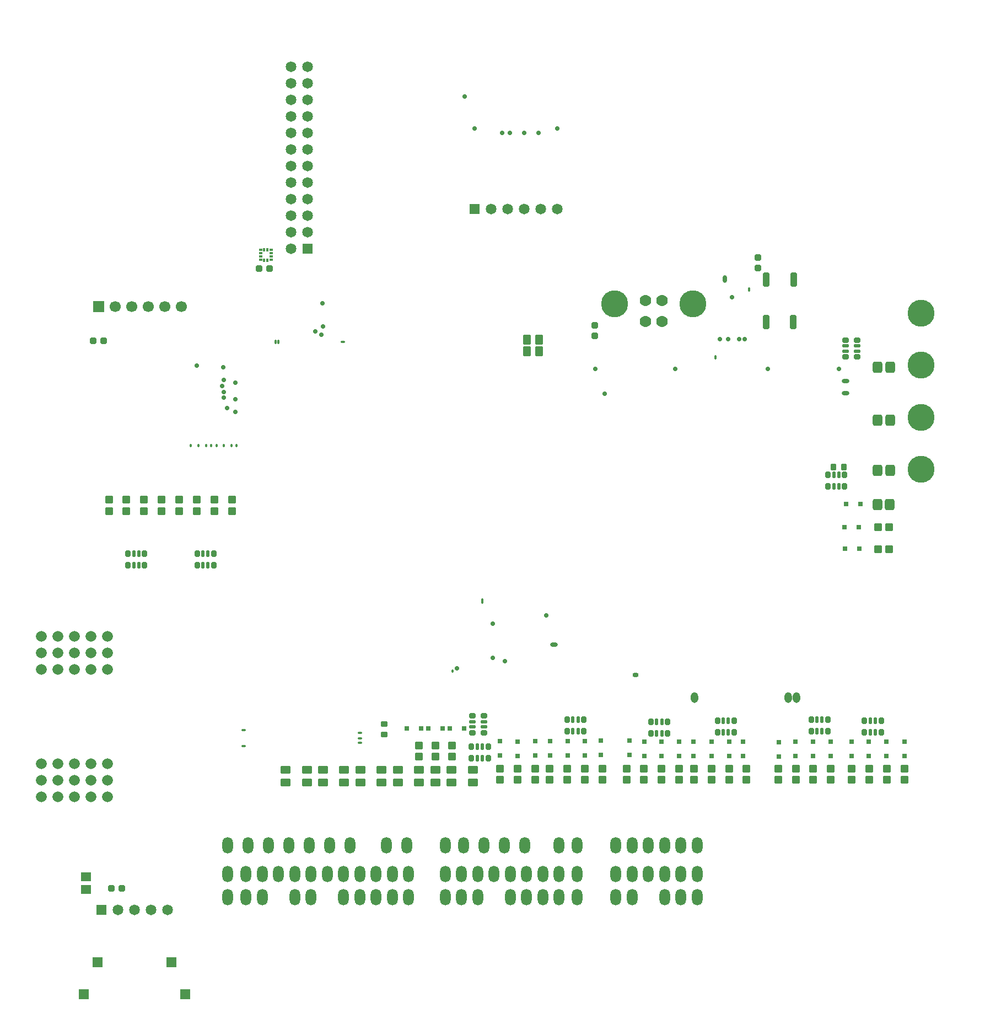
<source format=gts>
G04*
G04 #@! TF.GenerationSoftware,Altium Limited,Altium Designer,20.0.10 (225)*
G04*
G04 Layer_Color=7674933*
%FSLAX25Y25*%
%MOIN*%
G70*
G01*
G75*
G04:AMPARAMS|DCode=43|XSize=15.35mil|YSize=33.07mil|CornerRadius=7.68mil|HoleSize=0mil|Usage=FLASHONLY|Rotation=180.000|XOffset=0mil|YOffset=0mil|HoleType=Round|Shape=RoundedRectangle|*
%AMROUNDEDRECTD43*
21,1,0.01535,0.01772,0,0,180.0*
21,1,0.00000,0.03307,0,0,180.0*
1,1,0.01535,0.00000,0.00886*
1,1,0.01535,0.00000,0.00886*
1,1,0.01535,0.00000,-0.00886*
1,1,0.01535,0.00000,-0.00886*
%
%ADD43ROUNDEDRECTD43*%
%ADD44O,0.04488X0.02520*%
%ADD45O,0.01339X0.02520*%
%ADD46R,0.06457X0.05669*%
G04:AMPARAMS|DCode=47|XSize=38.98mil|YSize=38.98mil|CornerRadius=6.1mil|HoleSize=0mil|Usage=FLASHONLY|Rotation=0.000|XOffset=0mil|YOffset=0mil|HoleType=Round|Shape=RoundedRectangle|*
%AMROUNDEDRECTD47*
21,1,0.03898,0.02677,0,0,0.0*
21,1,0.02677,0.03898,0,0,0.0*
1,1,0.01221,0.01339,-0.01339*
1,1,0.01221,-0.01339,-0.01339*
1,1,0.01221,-0.01339,0.01339*
1,1,0.01221,0.01339,0.01339*
%
%ADD47ROUNDEDRECTD47*%
%ADD48O,0.02520X0.01535*%
%ADD49O,0.01535X0.02520*%
%ADD50O,0.02520X0.04488*%
%ADD51O,0.01339X0.03307*%
%ADD52O,0.01535X0.02520*%
%ADD53O,0.04488X0.06457*%
%ADD54O,0.03701X0.02913*%
G04:AMPARAMS|DCode=55|XSize=44.88mil|YSize=62.6mil|CornerRadius=6.69mil|HoleSize=0mil|Usage=FLASHONLY|Rotation=0.000|XOffset=0mil|YOffset=0mil|HoleType=Round|Shape=RoundedRectangle|*
%AMROUNDEDRECTD55*
21,1,0.04488,0.04921,0,0,0.0*
21,1,0.03150,0.06260,0,0,0.0*
1,1,0.01339,0.01575,-0.02461*
1,1,0.01339,-0.01575,-0.02461*
1,1,0.01339,-0.01575,0.02461*
1,1,0.01339,0.01575,0.02461*
%
%ADD55ROUNDEDRECTD55*%
G04:AMPARAMS|DCode=56|XSize=33.07mil|YSize=41.73mil|CornerRadius=5.51mil|HoleSize=0mil|Usage=FLASHONLY|Rotation=0.000|XOffset=0mil|YOffset=0mil|HoleType=Round|Shape=RoundedRectangle|*
%AMROUNDEDRECTD56*
21,1,0.03307,0.03071,0,0,0.0*
21,1,0.02205,0.04173,0,0,0.0*
1,1,0.01102,0.01102,-0.01535*
1,1,0.01102,-0.01102,-0.01535*
1,1,0.01102,-0.01102,0.01535*
1,1,0.01102,0.01102,0.01535*
%
%ADD56ROUNDEDRECTD56*%
%ADD57R,0.01929X0.01535*%
%ADD58R,0.01535X0.01929*%
%ADD59O,0.01339X0.02126*%
G04:AMPARAMS|DCode=60|XSize=33.07mil|YSize=41.73mil|CornerRadius=5.51mil|HoleSize=0mil|Usage=FLASHONLY|Rotation=90.000|XOffset=0mil|YOffset=0mil|HoleType=Round|Shape=RoundedRectangle|*
%AMROUNDEDRECTD60*
21,1,0.03307,0.03071,0,0,90.0*
21,1,0.02205,0.04173,0,0,90.0*
1,1,0.01102,0.01535,0.01102*
1,1,0.01102,0.01535,-0.01102*
1,1,0.01102,-0.01535,-0.01102*
1,1,0.01102,-0.01535,0.01102*
%
%ADD60ROUNDEDRECTD60*%
G04:AMPARAMS|DCode=61|XSize=37.01mil|YSize=84.25mil|CornerRadius=5.91mil|HoleSize=0mil|Usage=FLASHONLY|Rotation=0.000|XOffset=0mil|YOffset=0mil|HoleType=Round|Shape=RoundedRectangle|*
%AMROUNDEDRECTD61*
21,1,0.03701,0.07244,0,0,0.0*
21,1,0.02520,0.08425,0,0,0.0*
1,1,0.01181,0.01260,-0.03622*
1,1,0.01181,-0.01260,-0.03622*
1,1,0.01181,-0.01260,0.03622*
1,1,0.01181,0.01260,0.03622*
%
%ADD61ROUNDEDRECTD61*%
G04:AMPARAMS|DCode=62|XSize=56.69mil|YSize=64.57mil|CornerRadius=7.87mil|HoleSize=0mil|Usage=FLASHONLY|Rotation=0.000|XOffset=0mil|YOffset=0mil|HoleType=Round|Shape=RoundedRectangle|*
%AMROUNDEDRECTD62*
21,1,0.05669,0.04882,0,0,0.0*
21,1,0.04095,0.06457,0,0,0.0*
1,1,0.01575,0.02047,-0.02441*
1,1,0.01575,-0.02047,-0.02441*
1,1,0.01575,-0.02047,0.02441*
1,1,0.01575,0.02047,0.02441*
%
%ADD62ROUNDEDRECTD62*%
%ADD63C,0.16299*%
G04:AMPARAMS|DCode=64|XSize=29.13mil|YSize=29.13mil|CornerRadius=5.12mil|HoleSize=0mil|Usage=FLASHONLY|Rotation=90.000|XOffset=0mil|YOffset=0mil|HoleType=Round|Shape=RoundedRectangle|*
%AMROUNDEDRECTD64*
21,1,0.02913,0.01890,0,0,90.0*
21,1,0.01890,0.02913,0,0,90.0*
1,1,0.01024,0.00945,0.00945*
1,1,0.01024,0.00945,-0.00945*
1,1,0.01024,-0.00945,-0.00945*
1,1,0.01024,-0.00945,0.00945*
%
%ADD64ROUNDEDRECTD64*%
G04:AMPARAMS|DCode=65|XSize=44.88mil|YSize=48.82mil|CornerRadius=6.69mil|HoleSize=0mil|Usage=FLASHONLY|Rotation=270.000|XOffset=0mil|YOffset=0mil|HoleType=Round|Shape=RoundedRectangle|*
%AMROUNDEDRECTD65*
21,1,0.04488,0.03543,0,0,270.0*
21,1,0.03150,0.04882,0,0,270.0*
1,1,0.01339,-0.01772,-0.01575*
1,1,0.01339,-0.01772,0.01575*
1,1,0.01339,0.01772,0.01575*
1,1,0.01339,0.01772,-0.01575*
%
%ADD65ROUNDEDRECTD65*%
G04:AMPARAMS|DCode=66|XSize=44.88mil|YSize=62.6mil|CornerRadius=6.69mil|HoleSize=0mil|Usage=FLASHONLY|Rotation=90.000|XOffset=0mil|YOffset=0mil|HoleType=Round|Shape=RoundedRectangle|*
%AMROUNDEDRECTD66*
21,1,0.04488,0.04921,0,0,90.0*
21,1,0.03150,0.06260,0,0,90.0*
1,1,0.01339,0.02461,0.01575*
1,1,0.01339,0.02461,-0.01575*
1,1,0.01339,-0.02461,-0.01575*
1,1,0.01339,-0.02461,0.01575*
%
%ADD66ROUNDEDRECTD66*%
G04:AMPARAMS|DCode=67|XSize=31.1mil|YSize=37.01mil|CornerRadius=5.32mil|HoleSize=0mil|Usage=FLASHONLY|Rotation=270.000|XOffset=0mil|YOffset=0mil|HoleType=Round|Shape=RoundedRectangle|*
%AMROUNDEDRECTD67*
21,1,0.03110,0.02638,0,0,270.0*
21,1,0.02047,0.03701,0,0,270.0*
1,1,0.01063,-0.01319,-0.01024*
1,1,0.01063,-0.01319,0.01024*
1,1,0.01063,0.01319,0.01024*
1,1,0.01063,0.01319,-0.01024*
%
%ADD67ROUNDEDRECTD67*%
G04:AMPARAMS|DCode=68|XSize=23.23mil|YSize=37.01mil|CornerRadius=4.53mil|HoleSize=0mil|Usage=FLASHONLY|Rotation=270.000|XOffset=0mil|YOffset=0mil|HoleType=Round|Shape=RoundedRectangle|*
%AMROUNDEDRECTD68*
21,1,0.02323,0.02795,0,0,270.0*
21,1,0.01417,0.03701,0,0,270.0*
1,1,0.00906,-0.01398,-0.00709*
1,1,0.00906,-0.01398,0.00709*
1,1,0.00906,0.01398,0.00709*
1,1,0.00906,0.01398,-0.00709*
%
%ADD68ROUNDEDRECTD68*%
G04:AMPARAMS|DCode=69|XSize=31.1mil|YSize=37.01mil|CornerRadius=5.32mil|HoleSize=0mil|Usage=FLASHONLY|Rotation=180.000|XOffset=0mil|YOffset=0mil|HoleType=Round|Shape=RoundedRectangle|*
%AMROUNDEDRECTD69*
21,1,0.03110,0.02638,0,0,180.0*
21,1,0.02047,0.03701,0,0,180.0*
1,1,0.01063,-0.01024,0.01319*
1,1,0.01063,0.01024,0.01319*
1,1,0.01063,0.01024,-0.01319*
1,1,0.01063,-0.01024,-0.01319*
%
%ADD69ROUNDEDRECTD69*%
G04:AMPARAMS|DCode=70|XSize=23.23mil|YSize=37.01mil|CornerRadius=4.53mil|HoleSize=0mil|Usage=FLASHONLY|Rotation=180.000|XOffset=0mil|YOffset=0mil|HoleType=Round|Shape=RoundedRectangle|*
%AMROUNDEDRECTD70*
21,1,0.02323,0.02795,0,0,180.0*
21,1,0.01417,0.03701,0,0,180.0*
1,1,0.00906,-0.00709,0.01398*
1,1,0.00906,0.00709,0.01398*
1,1,0.00906,0.00709,-0.01398*
1,1,0.00906,-0.00709,-0.01398*
%
%ADD70ROUNDEDRECTD70*%
G04:AMPARAMS|DCode=71|XSize=38.98mil|YSize=38.98mil|CornerRadius=6.1mil|HoleSize=0mil|Usage=FLASHONLY|Rotation=90.000|XOffset=0mil|YOffset=0mil|HoleType=Round|Shape=RoundedRectangle|*
%AMROUNDEDRECTD71*
21,1,0.03898,0.02677,0,0,90.0*
21,1,0.02677,0.03898,0,0,90.0*
1,1,0.01221,0.01339,0.01339*
1,1,0.01221,0.01339,-0.01339*
1,1,0.01221,-0.01339,-0.01339*
1,1,0.01221,-0.01339,0.01339*
%
%ADD71ROUNDEDRECTD71*%
G04:AMPARAMS|DCode=72|XSize=29.13mil|YSize=29.13mil|CornerRadius=5.12mil|HoleSize=0mil|Usage=FLASHONLY|Rotation=0.000|XOffset=0mil|YOffset=0mil|HoleType=Round|Shape=RoundedRectangle|*
%AMROUNDEDRECTD72*
21,1,0.02913,0.01890,0,0,0.0*
21,1,0.01890,0.02913,0,0,0.0*
1,1,0.01024,0.00945,-0.00945*
1,1,0.01024,-0.00945,-0.00945*
1,1,0.01024,-0.00945,0.00945*
1,1,0.01024,0.00945,0.00945*
%
%ADD72ROUNDEDRECTD72*%
G04:AMPARAMS|DCode=73|XSize=44.88mil|YSize=48.82mil|CornerRadius=6.69mil|HoleSize=0mil|Usage=FLASHONLY|Rotation=180.000|XOffset=0mil|YOffset=0mil|HoleType=Round|Shape=RoundedRectangle|*
%AMROUNDEDRECTD73*
21,1,0.04488,0.03543,0,0,180.0*
21,1,0.03150,0.04882,0,0,180.0*
1,1,0.01339,-0.01575,0.01772*
1,1,0.01339,0.01575,0.01772*
1,1,0.01339,0.01575,-0.01772*
1,1,0.01339,-0.01575,-0.01772*
%
%ADD73ROUNDEDRECTD73*%
%ADD74C,0.02913*%
%ADD75C,0.06551*%
%ADD76C,0.00551*%
%ADD77R,0.06457X0.06457*%
%ADD78C,0.06457*%
%ADD79O,0.06457X0.10000*%
%ADD80C,0.06951*%
%ADD81C,0.06693*%
%ADD82R,0.06693X0.06693*%
%ADD83R,0.06457X0.06457*%
G36*
X169961Y463695D02*
X169819D01*
Y466398D01*
X169961D01*
Y463695D01*
D02*
G37*
G36*
Y467025D02*
X169722D01*
Y468366D01*
X169961D01*
Y467025D01*
D02*
G37*
G36*
Y470329D02*
X169772D01*
Y470335D01*
X169961D01*
Y470329D01*
D02*
G37*
D43*
X296870Y257283D02*
D03*
D44*
X340158Y231102D02*
D03*
X516417Y382973D02*
D03*
X516417Y390453D02*
D03*
D45*
X279035Y215158D02*
D03*
D46*
X57382Y90650D02*
D03*
Y83169D02*
D03*
D47*
X78799Y83563D02*
D03*
X72579D02*
D03*
X168268Y458465D02*
D03*
X162047D02*
D03*
X61654Y414764D02*
D03*
X67874D02*
D03*
D48*
X212480Y413996D02*
D03*
X152559Y179232D02*
D03*
Y169783D02*
D03*
X222736Y177756D02*
D03*
Y174311D02*
D03*
Y171555D02*
D03*
D49*
X171732Y414193D02*
D03*
X173701D02*
D03*
D50*
X443504Y451968D02*
D03*
D51*
X458347Y445571D02*
D03*
D52*
X437972Y404626D02*
D03*
D53*
X425301Y198971D02*
D03*
X481896D02*
D03*
X486840D02*
D03*
D54*
X389652Y212736D02*
D03*
D55*
X323721Y415256D02*
D03*
X331201D02*
D03*
X323721Y408465D02*
D03*
X331201D02*
D03*
D56*
X509350Y338287D02*
D03*
X515650D02*
D03*
D57*
X162795Y467618D02*
D03*
Y465650D02*
D03*
Y469587D02*
D03*
Y463681D02*
D03*
X169095Y469587D02*
D03*
Y467618D02*
D03*
Y465650D02*
D03*
Y463681D02*
D03*
D58*
X164961Y469783D02*
D03*
X166929D02*
D03*
Y463484D02*
D03*
X164961D02*
D03*
D59*
X132776Y351379D02*
D03*
X136083D02*
D03*
X129823D02*
D03*
X140709D02*
D03*
X145334D02*
D03*
X148327D02*
D03*
X125197D02*
D03*
X120571D02*
D03*
D60*
X237402Y176772D02*
D03*
Y183071D02*
D03*
D61*
X485236Y451673D02*
D03*
X468701D02*
D03*
X485039Y426083D02*
D03*
X468504D02*
D03*
D62*
X543504Y398622D02*
D03*
X536024D02*
D03*
Y336417D02*
D03*
X543504D02*
D03*
Y366811D02*
D03*
X536024D02*
D03*
X535748Y315866D02*
D03*
X543228D02*
D03*
D63*
X562205Y431496D02*
D03*
Y337008D02*
D03*
Y368504D02*
D03*
Y400000D02*
D03*
X376791Y437106D02*
D03*
X424193D02*
D03*
D64*
X285827Y180216D02*
D03*
X277165D02*
D03*
X516240Y288878D02*
D03*
X524902D02*
D03*
X516043Y302165D02*
D03*
X524705D02*
D03*
X516732Y316043D02*
D03*
X525394D02*
D03*
X259842Y180216D02*
D03*
X251181D02*
D03*
X272835D02*
D03*
X264173D02*
D03*
D65*
X278543Y163386D02*
D03*
Y170079D02*
D03*
X71061Y311854D02*
D03*
Y318546D02*
D03*
X81691Y311854D02*
D03*
Y318546D02*
D03*
X92321Y311854D02*
D03*
Y318546D02*
D03*
X102950Y311854D02*
D03*
Y318546D02*
D03*
X113580Y311854D02*
D03*
Y318546D02*
D03*
X124210Y311854D02*
D03*
Y318546D02*
D03*
X134840Y311854D02*
D03*
Y318546D02*
D03*
X145470Y311854D02*
D03*
Y318546D02*
D03*
X415945Y149213D02*
D03*
Y155905D02*
D03*
X405315Y149213D02*
D03*
Y155905D02*
D03*
X394685Y149213D02*
D03*
Y155905D02*
D03*
X384055Y149213D02*
D03*
Y155905D02*
D03*
X348327Y149213D02*
D03*
Y155905D02*
D03*
X424803Y149213D02*
D03*
Y155905D02*
D03*
X358957Y149213D02*
D03*
Y155905D02*
D03*
X435433Y149213D02*
D03*
Y155905D02*
D03*
X456693Y149213D02*
D03*
Y155905D02*
D03*
X446063Y149213D02*
D03*
Y155905D02*
D03*
X337697Y149213D02*
D03*
Y155905D02*
D03*
X369587Y149213D02*
D03*
Y155905D02*
D03*
X552165Y155905D02*
D03*
Y149213D02*
D03*
X541536Y155905D02*
D03*
Y149213D02*
D03*
X530906Y155905D02*
D03*
Y149213D02*
D03*
X520276Y155905D02*
D03*
Y149213D02*
D03*
X475787Y155905D02*
D03*
Y149213D02*
D03*
X486417Y155905D02*
D03*
Y149213D02*
D03*
X497047Y155905D02*
D03*
Y149213D02*
D03*
X507677Y155905D02*
D03*
Y149213D02*
D03*
X307677Y155905D02*
D03*
Y149213D02*
D03*
X318307Y155905D02*
D03*
Y149213D02*
D03*
X328937Y155905D02*
D03*
Y149213D02*
D03*
X258465Y163386D02*
D03*
Y170079D02*
D03*
X268701Y163386D02*
D03*
Y170079D02*
D03*
D66*
X258661Y155315D02*
D03*
Y147835D02*
D03*
X190748Y155315D02*
D03*
Y147835D02*
D03*
X200591Y155315D02*
D03*
Y147835D02*
D03*
X291142D02*
D03*
Y155315D02*
D03*
X245866Y147835D02*
D03*
Y155315D02*
D03*
X236024Y147835D02*
D03*
Y155315D02*
D03*
X223228Y147835D02*
D03*
Y155315D02*
D03*
X213386Y147835D02*
D03*
Y155315D02*
D03*
X177953Y147835D02*
D03*
Y155315D02*
D03*
X278346D02*
D03*
Y147835D02*
D03*
X268504Y155315D02*
D03*
Y147835D02*
D03*
D67*
X290945Y187894D02*
D03*
X298031D02*
D03*
Y177854D02*
D03*
X290945D02*
D03*
X523622Y415059D02*
D03*
X516535D02*
D03*
Y405020D02*
D03*
X523622D02*
D03*
D68*
X290945Y184449D02*
D03*
Y181299D02*
D03*
X298031D02*
D03*
Y184449D02*
D03*
X516535Y408465D02*
D03*
Y411614D02*
D03*
X523622D02*
D03*
Y408465D02*
D03*
D69*
X92714Y286164D02*
D03*
Y279078D02*
D03*
X82675D02*
D03*
Y286164D02*
D03*
X124407D02*
D03*
Y279078D02*
D03*
X134447D02*
D03*
Y286164D02*
D03*
X408957Y177264D02*
D03*
Y184350D02*
D03*
X398917D02*
D03*
Y177264D02*
D03*
X449114Y177953D02*
D03*
Y185039D02*
D03*
X439075D02*
D03*
Y177953D02*
D03*
X358268Y178740D02*
D03*
Y185827D02*
D03*
X348228D02*
D03*
Y178740D02*
D03*
X538091Y177953D02*
D03*
Y185039D02*
D03*
X528051D02*
D03*
Y177953D02*
D03*
X505807Y178740D02*
D03*
Y185827D02*
D03*
X495768D02*
D03*
Y178740D02*
D03*
X506004Y326654D02*
D03*
Y333740D02*
D03*
X516043D02*
D03*
Y326654D02*
D03*
X300394Y169488D02*
D03*
Y162402D02*
D03*
X290354D02*
D03*
Y169488D02*
D03*
D70*
X89269Y286164D02*
D03*
X86120D02*
D03*
Y279078D02*
D03*
X89269D02*
D03*
X131002D02*
D03*
X127852D02*
D03*
Y286164D02*
D03*
X131002D02*
D03*
X402362Y184350D02*
D03*
X405512D02*
D03*
Y177264D02*
D03*
X402362D02*
D03*
X442520Y185039D02*
D03*
X445669D02*
D03*
Y177953D02*
D03*
X442520D02*
D03*
X351673Y185827D02*
D03*
X354823D02*
D03*
Y178740D02*
D03*
X351673D02*
D03*
X531496Y185039D02*
D03*
X534646D02*
D03*
Y177953D02*
D03*
X531496D02*
D03*
X499213Y185827D02*
D03*
X502362D02*
D03*
Y178740D02*
D03*
X499213D02*
D03*
X509449Y326654D02*
D03*
X512598D02*
D03*
Y333740D02*
D03*
X509449D02*
D03*
X296949Y169488D02*
D03*
X293799D02*
D03*
Y162402D02*
D03*
X296949D02*
D03*
D71*
X463484Y458701D02*
D03*
Y464921D02*
D03*
X364728Y417717D02*
D03*
Y423937D02*
D03*
D72*
X454528Y172441D02*
D03*
Y163779D02*
D03*
X348524Y172835D02*
D03*
Y164173D02*
D03*
X435630Y172441D02*
D03*
Y163779D02*
D03*
X405118Y172441D02*
D03*
Y163779D02*
D03*
X415748Y172441D02*
D03*
Y163779D02*
D03*
X394882Y172441D02*
D03*
Y163779D02*
D03*
X424606Y172441D02*
D03*
Y163779D02*
D03*
X368701Y172933D02*
D03*
Y164272D02*
D03*
X358760Y172835D02*
D03*
Y164173D02*
D03*
X337894Y172835D02*
D03*
Y164173D02*
D03*
X385827Y172933D02*
D03*
Y164272D02*
D03*
X446260Y172441D02*
D03*
Y163779D02*
D03*
X552362Y163779D02*
D03*
Y172441D02*
D03*
X541339Y163779D02*
D03*
Y172441D02*
D03*
X530709Y163779D02*
D03*
Y172441D02*
D03*
X520079Y163779D02*
D03*
Y172441D02*
D03*
X476378Y163386D02*
D03*
Y172047D02*
D03*
X486221Y163779D02*
D03*
Y172441D02*
D03*
X496850Y163779D02*
D03*
Y172441D02*
D03*
X507480Y163779D02*
D03*
Y172441D02*
D03*
X307480Y164173D02*
D03*
Y172835D02*
D03*
X318110Y163779D02*
D03*
Y172441D02*
D03*
X328740Y163976D02*
D03*
Y172638D02*
D03*
D73*
X542913Y288661D02*
D03*
X536221D02*
D03*
X542913Y302087D02*
D03*
X536221D02*
D03*
D74*
X303219Y223002D02*
D03*
X335531Y248819D02*
D03*
X310630Y221063D02*
D03*
X281693Y216634D02*
D03*
X303150Y243602D02*
D03*
X286122Y562225D02*
D03*
X313583Y540276D02*
D03*
X330906D02*
D03*
X322146D02*
D03*
X292323Y542914D02*
D03*
X308957Y540276D02*
D03*
X342339Y542949D02*
D03*
X200374Y437323D02*
D03*
X200669Y423347D02*
D03*
X199488Y418327D02*
D03*
X196043Y420394D02*
D03*
X447756Y441043D02*
D03*
X445571Y415748D02*
D03*
X440551D02*
D03*
X455610D02*
D03*
X452067D02*
D03*
X365302Y397638D02*
D03*
X413583D02*
D03*
X370768Y382677D02*
D03*
X512402Y397638D02*
D03*
X469488D02*
D03*
X140413Y391142D02*
D03*
X147638Y389468D02*
D03*
X139567Y387303D02*
D03*
X140413Y383858D02*
D03*
X147638Y379232D02*
D03*
X140709Y380512D02*
D03*
X142480Y374114D02*
D03*
X147638Y371555D02*
D03*
X140354Y398622D02*
D03*
X124311Y399803D02*
D03*
D75*
X30315Y139016D02*
D03*
X40315D02*
D03*
X50315D02*
D03*
X60315D02*
D03*
X70315D02*
D03*
X30315Y149016D02*
D03*
X70315D02*
D03*
X60315D02*
D03*
X50315D02*
D03*
X40315D02*
D03*
Y159016D02*
D03*
X50315D02*
D03*
X60315D02*
D03*
X70315D02*
D03*
X30315D02*
D03*
Y215945D02*
D03*
X40315D02*
D03*
X50315D02*
D03*
X60315D02*
D03*
X70315D02*
D03*
X30315Y225945D02*
D03*
X70315D02*
D03*
X60315D02*
D03*
X50315D02*
D03*
X40315D02*
D03*
Y235945D02*
D03*
X50315D02*
D03*
X60315D02*
D03*
X70315D02*
D03*
X30315D02*
D03*
D76*
X460630Y27559D02*
D03*
X86614D02*
D03*
X173622Y56890D02*
D03*
X397244D02*
D03*
X135256Y484803D02*
D03*
X44272D02*
D03*
X19879Y279921D02*
D03*
X586614Y20079D02*
D03*
Y605905D02*
D03*
X19685D02*
D03*
Y20079D02*
D03*
D77*
X108858Y38878D02*
D03*
X64370D02*
D03*
X117323Y19685D02*
D03*
X55905D02*
D03*
X66614Y70866D02*
D03*
X292126Y494488D02*
D03*
D78*
X106614Y70866D02*
D03*
X96614D02*
D03*
X86614D02*
D03*
X76614D02*
D03*
X342126Y494488D02*
D03*
X332126D02*
D03*
X322126D02*
D03*
X312126D02*
D03*
X302126D02*
D03*
X181142Y580472D02*
D03*
X191142D02*
D03*
X181142Y570472D02*
D03*
X191142D02*
D03*
X181142Y560472D02*
D03*
X191142D02*
D03*
X181142Y550472D02*
D03*
X191142D02*
D03*
X181142Y540472D02*
D03*
X191142D02*
D03*
X181142Y530472D02*
D03*
X191142D02*
D03*
X181142Y520472D02*
D03*
X191142D02*
D03*
X181142Y510472D02*
D03*
X191142D02*
D03*
X181142Y500472D02*
D03*
X191142D02*
D03*
X181142Y490472D02*
D03*
X191142D02*
D03*
X181142Y480472D02*
D03*
X191142D02*
D03*
X181142Y470472D02*
D03*
D79*
X142913Y92520D02*
D03*
Y78347D02*
D03*
X153937Y92520D02*
D03*
Y78347D02*
D03*
X163779Y92520D02*
D03*
Y78347D02*
D03*
X173622Y92520D02*
D03*
X183465D02*
D03*
Y78347D02*
D03*
X193307Y92520D02*
D03*
Y78347D02*
D03*
X203150Y92520D02*
D03*
X212992Y78347D02*
D03*
Y92520D02*
D03*
X222835Y78347D02*
D03*
Y92520D02*
D03*
X232677Y78347D02*
D03*
Y92520D02*
D03*
X242520Y78347D02*
D03*
Y92520D02*
D03*
X238858Y109843D02*
D03*
X252362Y78347D02*
D03*
Y92520D02*
D03*
X251181Y109843D02*
D03*
X274409Y78347D02*
D03*
Y92520D02*
D03*
Y109843D02*
D03*
X284252Y78347D02*
D03*
Y92520D02*
D03*
X285433Y109843D02*
D03*
X294094Y78347D02*
D03*
Y92520D02*
D03*
X303937D02*
D03*
X297756Y109843D02*
D03*
X313779Y78347D02*
D03*
Y92520D02*
D03*
X310079Y109843D02*
D03*
X323622Y78347D02*
D03*
Y92520D02*
D03*
X322402Y109843D02*
D03*
X333465Y78347D02*
D03*
Y92520D02*
D03*
X343307Y78347D02*
D03*
Y92520D02*
D03*
Y109843D02*
D03*
X354331Y78347D02*
D03*
Y92520D02*
D03*
Y109843D02*
D03*
X377559Y78347D02*
D03*
Y92520D02*
D03*
Y109843D02*
D03*
X387402Y78347D02*
D03*
Y92520D02*
D03*
Y109843D02*
D03*
X397244Y92520D02*
D03*
X407087Y78347D02*
D03*
Y92520D02*
D03*
Y109843D02*
D03*
X416929Y78347D02*
D03*
Y92520D02*
D03*
X426772Y78347D02*
D03*
Y92520D02*
D03*
X416929Y109843D02*
D03*
X426772D02*
D03*
X216850D02*
D03*
X204528D02*
D03*
X192205D02*
D03*
X179882D02*
D03*
X167559D02*
D03*
X155236D02*
D03*
X142913D02*
D03*
X397244D02*
D03*
D80*
X405413Y426437D02*
D03*
Y439094D02*
D03*
X395571D02*
D03*
Y426437D02*
D03*
D81*
X114764Y435433D02*
D03*
X104764D02*
D03*
X94764D02*
D03*
X84764D02*
D03*
X74764D02*
D03*
D82*
X64764D02*
D03*
D83*
X191142Y470472D02*
D03*
M02*

</source>
